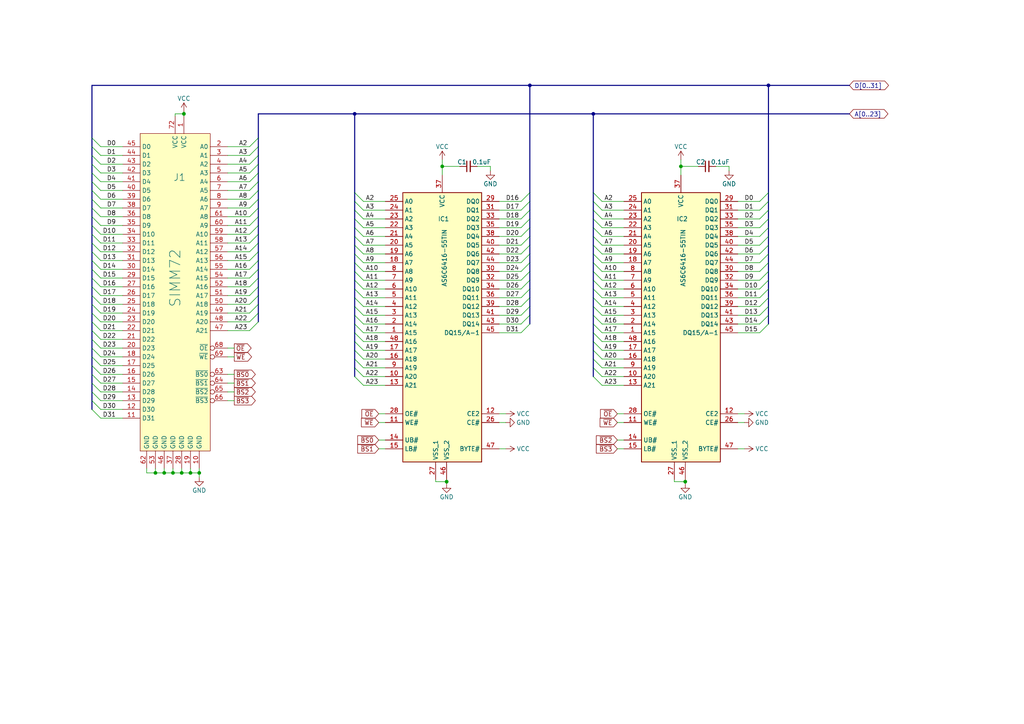
<source format=kicad_sch>
(kicad_sch (version 20230121) (generator eeschema)
  (paper "A4")
  (title_block (title "Raven 16MB SRAM 55ns") (date "2023") (rev "A0") (company "Licensed under CERN-OHL-P v2") (comment 1 "Anders Granlund"))
  (lib_symbols
    (symbol "68k:AS6C6416-55TIN"
      (property "Reference" "IC" (at 29.21 7.62 0))
      (property "Value" "AS6C6416-55TIN" (at 29.21 5.08 0))
      (symbol "AS6C6416-55TIN_1_1"
        (rectangle (start 5.08 2.54) (end 27.94 -75.565) (stroke (width 0.254)) (fill (type background)))
        (pin passive line (at 0 -38.1 0) (length 5.08) (name "A15") (number "1"))
        (pin passive line (at 0 -50.8 0) (length 5.08) (name "A20") (number "10"))
        (pin passive line (at 0 -64.135 0) (length 5.08) (name "WE#") (number "11"))
        (pin passive line (at 33.02 -61.595 180) (length 5.08) (name "CE2") (number "12"))
        (pin passive line (at 0 -53.34 0) (length 5.08) (name "A21") (number "13"))
        (pin passive line (at 0 -69.215 0) (length 5.08) (name "UB#") (number "14"))
        (pin passive line (at 0 -71.755 0) (length 5.08) (name "LB#") (number "15"))
        (pin passive line (at 0 -45.72 0) (length 5.08) (name "A18") (number "16"))
        (pin passive line (at 0 -43.18 0) (length 5.08) (name "A17") (number "17"))
        (pin passive line (at 0 -17.78 0) (length 5.08) (name "A7") (number "18"))
        (pin passive line (at 0 -15.24 0) (length 5.08) (name "A6") (number "19"))
        (pin passive line (at 0 -35.56 0) (length 5.08) (name "A14") (number "2"))
        (pin passive line (at 0 -12.7 0) (length 5.08) (name "A5") (number "20"))
        (pin passive line (at 0 -10.16 0) (length 5.08) (name "A4") (number "21"))
        (pin passive line (at 0 -7.62 0) (length 5.08) (name "A3") (number "22"))
        (pin passive line (at 0 -5.08 0) (length 5.08) (name "A2") (number "23"))
        (pin passive line (at 0 -2.54 0) (length 5.08) (name "A1") (number "24"))
        (pin passive line (at 0 0 0) (length 5.08) (name "A0") (number "25"))
        (pin passive line (at 33.02 -64.135 180) (length 5.08) (name "CE#") (number "26"))
        (pin passive line (at 14.605 -80.645 90) (length 5.08) (name "VSS_1") (number "27"))
        (pin passive line (at 0 -61.595 0) (length 5.08) (name "OE#") (number "28"))
        (pin passive line (at 33.02 0 180) (length 5.08) (name "DQ0") (number "29"))
        (pin passive line (at 0 -33.02 0) (length 5.08) (name "A13") (number "3"))
        (pin passive line (at 33.02 -20.32 180) (length 5.08) (name "DQ8") (number "30"))
        (pin passive line (at 33.02 -2.54 180) (length 5.08) (name "DQ1") (number "31"))
        (pin passive line (at 33.02 -22.86 180) (length 5.08) (name "DQ9") (number "32"))
        (pin passive line (at 33.02 -5.08 180) (length 5.08) (name "DQ2") (number "33"))
        (pin passive line (at 33.02 -25.4 180) (length 5.08) (name "DQ10") (number "34"))
        (pin passive line (at 33.02 -7.62 180) (length 5.08) (name "DQ3") (number "35"))
        (pin passive line (at 33.02 -27.94 180) (length 5.08) (name "DQ11") (number "36"))
        (pin passive line (at 16.51 7.62 270) (length 5.08) (name "VCC") (number "37"))
        (pin passive line (at 33.02 -10.16 180) (length 5.08) (name "DQ4") (number "38"))
        (pin passive line (at 33.02 -30.48 180) (length 5.08) (name "DQ12") (number "39"))
        (pin passive line (at 0 -30.48 0) (length 5.08) (name "A12") (number "4"))
        (pin passive line (at 33.02 -12.7 180) (length 5.08) (name "DQ5") (number "40"))
        (pin passive line (at 33.02 -33.02 180) (length 5.08) (name "DQ13") (number "41"))
        (pin passive line (at 33.02 -15.24 180) (length 5.08) (name "DQ6") (number "42"))
        (pin passive line (at 33.02 -35.56 180) (length 5.08) (name "DQ14") (number "43"))
        (pin passive line (at 33.02 -17.78 180) (length 5.08) (name "DQ7") (number "44"))
        (pin passive line (at 33.02 -38.1 180) (length 5.08) (name "DQ15/A-1") (number "45"))
        (pin passive line (at 17.78 -80.645 90) (length 5.08) (name "VSS_2") (number "46"))
        (pin passive line (at 33.02 -71.755 180) (length 5.08) (name "BYTE#") (number "47"))
        (pin passive line (at 0 -40.64 0) (length 5.08) (name "A16") (number "48"))
        (pin passive line (at 0 -27.94 0) (length 5.08) (name "A11") (number "5"))
        (pin passive line (at 0 -25.4 0) (length 5.08) (name "A10") (number "6"))
        (pin passive line (at 0 -22.86 0) (length 5.08) (name "A9") (number "7"))
        (pin passive line (at 0 -20.32 0) (length 5.08) (name "A8") (number "8"))
        (pin passive line (at 0 -48.26 0) (length 5.08) (name "A19") (number "9"))
      )
    )
    (symbol "68k:SIMM72-Raven"
      (property "Reference" "J" (at 0 29.21 0))
      (property "Value" "SIMM72" (at 1.27 0 90))
      (symbol "SIMM72-Raven_1_1"
        (rectangle (start -8.89 41.91) (end 11.43 -50.165) (fill (type background)))
        (pin power_in line (at -1.27 46.99 270) (length 5.08) (name "VCC") (number "1"))
        (pin power_in line (at -5.715 -55.245 90) (length 5.08) (name "GND") (number "10"))
        (pin bidirectional line (at 16.51 -40.64 180) (length 5.08) (name "D31") (number "11"))
        (pin bidirectional line (at 16.51 -38.1 180) (length 5.08) (name "D30") (number "12"))
        (pin bidirectional line (at 16.51 -35.56 180) (length 5.08) (name "D29") (number "13"))
        (pin bidirectional line (at 16.51 -33.02 180) (length 5.08) (name "D28") (number "14"))
        (pin bidirectional line (at 16.51 -30.48 180) (length 5.08) (name "D27") (number "15"))
        (pin bidirectional line (at 16.51 -27.94 180) (length 5.08) (name "D26") (number "16"))
        (pin bidirectional line (at 16.51 -25.4 180) (length 5.08) (name "D25") (number "17"))
        (pin bidirectional line (at 16.51 -22.86 180) (length 5.08) (name "D24") (number "18"))
        (pin power_in line (at -3.175 -55.245 90) (length 5.08) (name "GND") (number "19"))
        (pin input line (at -13.97 38.1 0) (length 5.08) (name "A0") (number "2"))
        (pin bidirectional line (at 16.51 -20.32 180) (length 5.08) (name "D23") (number "20"))
        (pin bidirectional line (at 16.51 -17.78 180) (length 5.08) (name "D22") (number "21"))
        (pin bidirectional line (at 16.51 -15.24 180) (length 5.08) (name "D21") (number "22"))
        (pin bidirectional line (at 16.51 -12.7 180) (length 5.08) (name "D20") (number "23"))
        (pin bidirectional line (at 16.51 -10.16 180) (length 5.08) (name "D19") (number "24"))
        (pin bidirectional line (at 16.51 -7.62 180) (length 5.08) (name "D18") (number "25"))
        (pin bidirectional line (at 16.51 -5.08 180) (length 5.08) (name "D17") (number "26"))
        (pin bidirectional line (at 16.51 -2.54 180) (length 5.08) (name "D16") (number "27"))
        (pin power_in line (at -0.635 -55.245 90) (length 5.08) (name "GND") (number "28"))
        (pin bidirectional line (at 16.51 0 180) (length 5.08) (name "D15") (number "29"))
        (pin input line (at -13.97 35.56 0) (length 5.08) (name "A1") (number "3"))
        (pin bidirectional line (at 16.51 2.54 180) (length 5.08) (name "D14") (number "30"))
        (pin bidirectional line (at 16.51 5.08 180) (length 5.08) (name "D13") (number "31"))
        (pin bidirectional line (at 16.51 7.62 180) (length 5.08) (name "D12") (number "32"))
        (pin bidirectional line (at 16.51 10.16 180) (length 5.08) (name "D11") (number "33"))
        (pin bidirectional line (at 16.51 12.7 180) (length 5.08) (name "D10") (number "34"))
        (pin bidirectional line (at 16.51 15.24 180) (length 5.08) (name "D9") (number "35"))
        (pin bidirectional line (at 16.51 17.78 180) (length 5.08) (name "D8") (number "36"))
        (pin power_in line (at 1.905 -55.245 90) (length 5.08) (name "GND") (number "37"))
        (pin bidirectional line (at 16.51 20.32 180) (length 5.08) (name "D7") (number "38"))
        (pin bidirectional line (at 16.51 22.86 180) (length 5.08) (name "D6") (number "39"))
        (pin input line (at -13.97 33.02 0) (length 5.08) (name "A2") (number "4"))
        (pin bidirectional line (at 16.51 25.4 180) (length 5.08) (name "D5") (number "40"))
        (pin bidirectional line (at 16.51 27.94 180) (length 5.08) (name "D4") (number "41"))
        (pin bidirectional line (at 16.51 30.48 180) (length 5.08) (name "D3") (number "42"))
        (pin bidirectional line (at 16.51 33.02 180) (length 5.08) (name "D2") (number "43"))
        (pin bidirectional line (at 16.51 35.56 180) (length 5.08) (name "D1") (number "44"))
        (pin bidirectional line (at 16.51 38.1 180) (length 5.08) (name "D0") (number "45"))
        (pin power_in line (at 4.445 -55.245 90) (length 5.08) (name "GND") (number "46"))
        (pin input line (at -13.97 -15.24 0) (length 5.08) (name "A21") (number "47"))
        (pin input line (at -13.97 -12.7 0) (length 5.08) (name "A20") (number "48"))
        (pin input line (at -13.97 -10.16 0) (length 5.08) (name "A19") (number "49"))
        (pin input line (at -13.97 30.48 0) (length 5.08) (name "A3") (number "5"))
        (pin input line (at -13.97 -7.62 0) (length 5.08) (name "A18") (number "50"))
        (pin input line (at -13.97 -5.08 0) (length 5.08) (name "A17") (number "51"))
        (pin input line (at -13.97 -2.54 0) (length 5.08) (name "A16") (number "52"))
        (pin power_in line (at 6.985 -55.245 90) (length 5.08) (name "GND") (number "53"))
        (pin input line (at -13.97 0 0) (length 5.08) (name "A15") (number "54"))
        (pin input line (at -13.97 2.54 0) (length 5.08) (name "A14") (number "55"))
        (pin input line (at -13.97 5.08 0) (length 5.08) (name "A13") (number "56"))
        (pin input line (at -13.97 7.62 0) (length 5.08) (name "A12") (number "57"))
        (pin input line (at -13.97 10.16 0) (length 5.08) (name "A11") (number "58"))
        (pin input line (at -13.97 12.7 0) (length 5.08) (name "A10") (number "59"))
        (pin input line (at -13.97 27.94 0) (length 5.08) (name "A4") (number "6"))
        (pin input line (at -13.97 15.24 0) (length 5.08) (name "A9") (number "60"))
        (pin input line (at -13.97 17.78 0) (length 5.08) (name "A8") (number "61"))
        (pin power_in line (at 9.525 -55.245 90) (length 5.08) (name "GND") (number "62"))
        (pin input inverted (at -13.97 -27.94 0) (length 5.08) (name "~{BS0}") (number "63"))
        (pin input inverted (at -13.97 -30.48 0) (length 5.08) (name "~{BS1}") (number "64"))
        (pin input inverted (at -13.97 -33.02 0) (length 5.08) (name "~{BS2}") (number "65"))
        (pin input inverted (at -13.97 -35.56 0) (length 5.08) (name "~{BS3}") (number "66"))
        (pin no_connect inverted (at -8.89 -39.37 180) (length 5.08) hide (name "nc") (number "67"))
        (pin input inverted (at -13.97 -20.32 0) (length 5.08) (name "~{OE}") (number "68"))
        (pin input inverted (at -13.97 -22.86 0) (length 5.08) (name "~{WE}") (number "69"))
        (pin input line (at -13.97 25.4 0) (length 5.08) (name "A5") (number "7"))
        (pin no_connect line (at -8.89 -41.91 180) (length 5.08) hide (name "nc") (number "70"))
        (pin no_connect line (at -8.89 -44.45 180) (length 5.08) hide (name "nc") (number "71"))
        (pin power_in line (at 1.27 46.99 270) (length 5.08) (name "VCC") (number "72"))
        (pin input line (at -13.97 22.86 0) (length 5.08) (name "A6") (number "8"))
        (pin input line (at -13.97 20.32 0) (length 5.08) (name "A7") (number "9"))
      )
    )
    (symbol "68k:c_100nf_smd1206" (pin_numbers hide) (pin_names (offset 0.254) hide)
      (property "Reference" "C" (at 0.635 1.905 0))
      (property "Value" "0.1uF" (at 0.635 -1.905 0))
      (symbol "c_100nf_smd1206_0_1"
        (polyline (pts (xy -1.524 -0.508) (xy 1.524 -0.508)) (stroke (width 0.3302)))
        (polyline (pts (xy -1.524 0.508) (xy 1.524 0.508)) (stroke (width 0.3048)))
      )
      (symbol "c_100nf_smd1206_1_1"
        (pin passive line (at 0 2.54 270) (length 2.032) (name "~") (number "1"))
        (pin passive line (at 0 -2.54 90) (length 2.032) (name "~") (number "2"))
      )
    )
    (symbol "power:GND" (power) (pin_names (offset 0))
      (property "Value" "GND" (at 0 -3.81 0))
      (symbol "GND_0_1"
        (polyline (pts (xy 0 0) (xy 0 -1.27) (xy 1.27 -1.27) (xy 0 -2.54) (xy -1.27 -1.27) (xy 0 -1.27)))
      )
      (symbol "GND_1_1"
        (pin power_in line (at 0 0 270) (length 0) hide (name "GND") (number "1"))
      )
    )
    (symbol "power:VCC" (power) (pin_names (offset 0))
      (property "Value" "VCC" (at 0 3.81 0))
      (symbol "VCC_0_1"
        (polyline (pts (xy -0.762 1.27) (xy 0 2.54)))
        (polyline (pts (xy 0 0) (xy 0 2.54)))
        (polyline (pts (xy 0 2.54) (xy 0.762 1.27)))
      )
      (symbol "VCC_1_1"
        (pin power_in line (at 0 0 90) (length 0) hide (name "VCC") (number "1"))
      )
    )
  )
  (junction (at 172.085 33.02))
  (junction (at 55.245 137.16))
  (junction (at 129.54 139.7))
  (junction (at 45.085 137.16))
  (junction (at 198.755 139.7))
  (junction (at 47.625 137.16))
  (junction (at 197.485 48.26))
  (junction (at 153.67 24.765))
  (junction (at 50.165 137.16))
  (junction (at 57.785 137.16))
  (junction (at 52.705 137.16))
  (junction (at 102.87 33.02))
  (junction (at 53.34 33.02))
  (junction (at 128.27 48.26))
  (junction (at 222.885 24.765))
  (bus_entry (at 172.085 66.04) (size 2.54 2.54))
  (bus_entry (at 222.885 58.42) (size -2.54 2.54))
  (bus_entry (at 222.885 78.74) (size -2.54 2.54))
  (bus_entry (at 222.885 83.82) (size -2.54 2.54))
  (bus_entry (at 102.87 68.58) (size 2.54 2.54))
  (bus_entry (at 172.085 99.06) (size 2.54 2.54))
  (bus_entry (at 172.085 86.36) (size 2.54 2.54))
  (bus_entry (at 26.67 111.125) (size 2.54 2.54))
  (bus_entry (at 172.085 88.9) (size 2.54 2.54))
  (bus_entry (at 26.67 93.345) (size 2.54 2.54))
  (bus_entry (at 26.67 62.865) (size 2.54 2.54))
  (bus_entry (at 26.67 52.705) (size 2.54 2.54))
  (bus_entry (at 222.885 93.98) (size -2.54 2.54))
  (bus_entry (at 102.87 104.14) (size 2.54 2.54))
  (bus_entry (at 222.885 71.12) (size -2.54 2.54))
  (bus_entry (at 153.67 58.42) (size -2.54 2.54))
  (bus_entry (at 74.93 75.565) (size -2.54 2.54))
  (bus_entry (at 26.67 83.185) (size 2.54 2.54))
  (bus_entry (at 102.87 93.98) (size 2.54 2.54))
  (bus_entry (at 26.67 67.945) (size 2.54 2.54))
  (bus_entry (at 26.67 85.725) (size 2.54 2.54))
  (bus_entry (at 26.67 42.545) (size 2.54 2.54))
  (bus_entry (at 153.67 83.82) (size -2.54 2.54))
  (bus_entry (at 153.67 60.96) (size -2.54 2.54))
  (bus_entry (at 74.93 62.865) (size -2.54 2.54))
  (bus_entry (at 153.67 91.44) (size -2.54 2.54))
  (bus_entry (at 26.67 103.505) (size 2.54 2.54))
  (bus_entry (at 102.87 55.88) (size 2.54 2.54))
  (bus_entry (at 172.085 76.2) (size 2.54 2.54))
  (bus_entry (at 102.87 81.28) (size 2.54 2.54))
  (bus_entry (at 26.67 116.205) (size 2.54 2.54))
  (bus_entry (at 74.93 50.165) (size -2.54 2.54))
  (bus_entry (at 74.93 85.725) (size -2.54 2.54))
  (bus_entry (at 26.67 55.245) (size 2.54 2.54))
  (bus_entry (at 26.67 78.105) (size 2.54 2.54))
  (bus_entry (at 102.87 101.6) (size 2.54 2.54))
  (bus_entry (at 102.87 60.96) (size 2.54 2.54))
  (bus_entry (at 172.085 83.82) (size 2.54 2.54))
  (bus_entry (at 74.93 90.805) (size -2.54 2.54))
  (bus_entry (at 172.085 63.5) (size 2.54 2.54))
  (bus_entry (at 222.885 66.04) (size -2.54 2.54))
  (bus_entry (at 74.93 47.625) (size -2.54 2.54))
  (bus_entry (at 222.885 91.44) (size -2.54 2.54))
  (bus_entry (at 102.87 88.9) (size 2.54 2.54))
  (bus_entry (at 172.085 73.66) (size 2.54 2.54))
  (bus_entry (at 153.67 68.58) (size -2.54 2.54))
  (bus_entry (at 153.67 86.36) (size -2.54 2.54))
  (bus_entry (at 153.67 78.74) (size -2.54 2.54))
  (bus_entry (at 26.67 70.485) (size 2.54 2.54))
  (bus_entry (at 102.87 78.74) (size 2.54 2.54))
  (bus_entry (at 172.085 106.68) (size 2.54 2.54))
  (bus_entry (at 153.67 66.04) (size -2.54 2.54))
  (bus_entry (at 172.085 55.88) (size 2.54 2.54))
  (bus_entry (at 102.87 73.66) (size 2.54 2.54))
  (bus_entry (at 74.93 55.245) (size -2.54 2.54))
  (bus_entry (at 74.93 73.025) (size -2.54 2.54))
  (bus_entry (at 26.67 60.325) (size 2.54 2.54))
  (bus_entry (at 26.67 98.425) (size 2.54 2.54))
  (bus_entry (at 102.87 109.22) (size 2.54 2.54))
  (bus_entry (at 172.085 78.74) (size 2.54 2.54))
  (bus_entry (at 102.87 86.36) (size 2.54 2.54))
  (bus_entry (at 222.885 88.9) (size -2.54 2.54))
  (bus_entry (at 74.93 67.945) (size -2.54 2.54))
  (bus_entry (at 172.085 58.42) (size 2.54 2.54))
  (bus_entry (at 153.67 88.9) (size -2.54 2.54))
  (bus_entry (at 153.67 63.5) (size -2.54 2.54))
  (bus_entry (at 74.93 88.265) (size -2.54 2.54))
  (bus_entry (at 153.67 76.2) (size -2.54 2.54))
  (bus_entry (at 74.93 60.325) (size -2.54 2.54))
  (bus_entry (at 26.67 100.965) (size 2.54 2.54))
  (bus_entry (at 222.885 81.28) (size -2.54 2.54))
  (bus_entry (at 74.93 78.105) (size -2.54 2.54))
  (bus_entry (at 26.67 90.805) (size 2.54 2.54))
  (bus_entry (at 102.87 58.42) (size 2.54 2.54))
  (bus_entry (at 172.085 104.14) (size 2.54 2.54))
  (bus_entry (at 102.87 96.52) (size 2.54 2.54))
  (bus_entry (at 172.085 68.58) (size 2.54 2.54))
  (bus_entry (at 26.67 45.085) (size 2.54 2.54))
  (bus_entry (at 222.885 55.88) (size -2.54 2.54))
  (bus_entry (at 26.67 57.785) (size 2.54 2.54))
  (bus_entry (at 153.67 71.12) (size -2.54 2.54))
  (bus_entry (at 172.085 60.96) (size 2.54 2.54))
  (bus_entry (at 102.87 66.04) (size 2.54 2.54))
  (bus_entry (at 172.085 101.6) (size 2.54 2.54))
  (bus_entry (at 102.87 63.5) (size 2.54 2.54))
  (bus_entry (at 26.67 106.045) (size 2.54 2.54))
  (bus_entry (at 172.085 91.44) (size 2.54 2.54))
  (bus_entry (at 26.67 47.625) (size 2.54 2.54))
  (bus_entry (at 102.87 99.06) (size 2.54 2.54))
  (bus_entry (at 74.93 57.785) (size -2.54 2.54))
  (bus_entry (at 26.67 95.885) (size 2.54 2.54))
  (bus_entry (at 102.87 106.68) (size 2.54 2.54))
  (bus_entry (at 26.67 50.165) (size 2.54 2.54))
  (bus_entry (at 222.885 60.96) (size -2.54 2.54))
  (bus_entry (at 102.87 83.82) (size 2.54 2.54))
  (bus_entry (at 172.085 96.52) (size 2.54 2.54))
  (bus_entry (at 172.085 109.22) (size 2.54 2.54))
  (bus_entry (at 222.885 86.36) (size -2.54 2.54))
  (bus_entry (at 222.885 76.2) (size -2.54 2.54))
  (bus_entry (at 102.87 71.12) (size 2.54 2.54))
  (bus_entry (at 26.67 40.005) (size 2.54 2.54))
  (bus_entry (at 222.885 68.58) (size -2.54 2.54))
  (bus_entry (at 153.67 55.88) (size -2.54 2.54))
  (bus_entry (at 172.085 81.28) (size 2.54 2.54))
  (bus_entry (at 26.67 65.405) (size 2.54 2.54))
  (bus_entry (at 26.67 88.265) (size 2.54 2.54))
  (bus_entry (at 153.67 73.66) (size -2.54 2.54))
  (bus_entry (at 26.67 80.645) (size 2.54 2.54))
  (bus_entry (at 74.93 70.485) (size -2.54 2.54))
  (bus_entry (at 153.67 81.28) (size -2.54 2.54))
  (bus_entry (at 74.93 45.085) (size -2.54 2.54))
  (bus_entry (at 153.67 93.98) (size -2.54 2.54))
  (bus_entry (at 172.085 93.98) (size 2.54 2.54))
  (bus_entry (at 74.93 52.705) (size -2.54 2.54))
  (bus_entry (at 74.93 80.645) (size -2.54 2.54))
  (bus_entry (at 26.67 73.025) (size 2.54 2.54))
  (bus_entry (at 74.93 40.005) (size -2.54 2.54))
  (bus_entry (at 222.885 63.5) (size -2.54 2.54))
  (bus_entry (at 74.93 65.405) (size -2.54 2.54))
  (bus_entry (at 102.87 91.44) (size 2.54 2.54))
  (bus_entry (at 26.67 75.565) (size 2.54 2.54))
  (bus_entry (at 172.085 71.12) (size 2.54 2.54))
  (bus_entry (at 74.93 93.345) (size -2.54 2.54))
  (bus_entry (at 26.67 108.585) (size 2.54 2.54))
  (bus_entry (at 26.67 113.665) (size 2.54 2.54))
  (bus_entry (at 26.67 118.745) (size 2.54 2.54))
  (bus_entry (at 222.885 73.66) (size -2.54 2.54))
  (bus_entry (at 102.87 76.2) (size 2.54 2.54))
  (bus_entry (at 74.93 42.545) (size -2.54 2.54))
  (bus_entry (at 74.93 83.185) (size -2.54 2.54))
  (wire (pts (xy 174.625 96.52) (xy 180.975 96.52)))
  (wire (pts (xy 72.39 67.945) (xy 66.04 67.945)))
  (bus (pts (xy 153.67 93.98) (xy 153.67 91.44)))
  (wire (pts (xy 72.39 60.325) (xy 66.04 60.325)))
  (wire (pts (xy 213.995 68.58) (xy 220.345 68.58)))
  (bus (pts (xy 74.93 93.345) (xy 74.93 90.805)))
  (wire (pts (xy 66.04 113.665) (xy 67.945 113.665)))
  (bus (pts (xy 222.885 68.58) (xy 222.885 66.04)))
  (bus (pts (xy 172.085 66.04) (xy 172.085 63.5)))
  (bus (pts (xy 222.885 24.765) (xy 246.38 24.765)))
  (wire (pts (xy 195.58 139.065) (xy 195.58 139.7)))
  (wire (pts (xy 144.78 96.52) (xy 151.13 96.52)))
  (wire (pts (xy 47.625 135.89) (xy 47.625 137.16)))
  (bus (pts (xy 153.67 83.82) (xy 153.67 81.28)))
  (bus (pts (xy 26.67 93.345) (xy 26.67 90.805)))
  (bus (pts (xy 153.67 91.44) (xy 153.67 88.9)))
  (bus (pts (xy 222.885 86.36) (xy 222.885 83.82)))
  (wire (pts (xy 53.34 33.02) (xy 53.34 33.655)))
  (wire (pts (xy 66.04 103.505) (xy 67.945 103.505)))
  (bus (pts (xy 222.885 58.42) (xy 222.885 55.88)))
  (bus (pts (xy 26.67 67.945) (xy 26.67 65.405)))
  (wire (pts (xy 35.56 60.325) (xy 29.21 60.325)))
  (bus (pts (xy 26.67 83.185) (xy 26.67 80.645)))
  (wire (pts (xy 105.41 63.5) (xy 111.76 63.5)))
  (wire (pts (xy 35.56 45.085) (xy 29.21 45.085)))
  (bus (pts (xy 153.67 24.765) (xy 153.67 55.88)))
  (bus (pts (xy 222.885 63.5) (xy 222.885 60.96)))
  (wire (pts (xy 66.04 116.205) (xy 67.945 116.205)))
  (bus (pts (xy 74.93 80.645) (xy 74.93 78.105)))
  (bus (pts (xy 74.93 62.865) (xy 74.93 60.325)))
  (bus (pts (xy 222.885 91.44) (xy 222.885 88.9)))
  (wire (pts (xy 213.995 96.52) (xy 220.345 96.52)))
  (wire (pts (xy 72.39 83.185) (xy 66.04 83.185)))
  (bus (pts (xy 172.085 68.58) (xy 172.085 66.04)))
  (bus (pts (xy 74.93 75.565) (xy 74.93 73.025)))
  (wire (pts (xy 35.56 93.345) (xy 29.21 93.345)))
  (wire (pts (xy 213.995 93.98) (xy 220.345 93.98)))
  (wire (pts (xy 105.41 83.82) (xy 111.76 83.82)))
  (wire (pts (xy 35.56 111.125) (xy 29.21 111.125)))
  (wire (pts (xy 42.545 137.16) (xy 45.085 137.16)))
  (wire (pts (xy 174.625 76.2) (xy 180.975 76.2)))
  (wire (pts (xy 180.975 127.635) (xy 179.07 127.635)))
  (wire (pts (xy 105.41 93.98) (xy 111.76 93.98)))
  (wire (pts (xy 72.39 85.725) (xy 66.04 85.725)))
  (wire (pts (xy 72.39 75.565) (xy 66.04 75.565)))
  (wire (pts (xy 72.39 45.085) (xy 66.04 45.085)))
  (wire (pts (xy 50.8 33.02) (xy 50.8 33.655)))
  (wire (pts (xy 174.625 81.28) (xy 180.975 81.28)))
  (bus (pts (xy 74.93 83.185) (xy 74.93 80.645)))
  (bus (pts (xy 74.93 85.725) (xy 74.93 83.185)))
  (wire (pts (xy 50.8 33.02) (xy 53.34 33.02)))
  (wire (pts (xy 174.625 99.06) (xy 180.975 99.06)))
  (wire (pts (xy 213.995 66.04) (xy 220.345 66.04)))
  (bus (pts (xy 26.67 90.805) (xy 26.67 88.265)))
  (wire (pts (xy 213.995 73.66) (xy 220.345 73.66)))
  (wire (pts (xy 57.785 137.16) (xy 57.785 138.43)))
  (bus (pts (xy 172.085 60.96) (xy 172.085 58.42)))
  (wire (pts (xy 50.165 137.16) (xy 52.705 137.16)))
  (bus (pts (xy 102.87 109.22) (xy 102.87 106.68)))
  (bus (pts (xy 26.67 52.705) (xy 26.67 50.165)))
  (wire (pts (xy 198.755 139.7) (xy 198.755 139.065)))
  (bus (pts (xy 153.67 76.2) (xy 153.67 73.66)))
  (wire (pts (xy 66.04 111.125) (xy 67.945 111.125)))
  (bus (pts (xy 26.67 80.645) (xy 26.67 78.105)))
  (wire (pts (xy 52.705 137.16) (xy 55.245 137.16)))
  (bus (pts (xy 172.085 109.22) (xy 172.085 106.68)))
  (wire (pts (xy 105.41 99.06) (xy 111.76 99.06)))
  (wire (pts (xy 213.995 130.175) (xy 215.9 130.175)))
  (bus (pts (xy 26.67 73.025) (xy 26.67 70.485)))
  (bus (pts (xy 172.085 93.98) (xy 172.085 91.44)))
  (wire (pts (xy 128.27 48.26) (xy 128.27 46.355)))
  (wire (pts (xy 35.56 42.545) (xy 29.21 42.545)))
  (bus (pts (xy 26.67 108.585) (xy 26.67 106.045)))
  (bus (pts (xy 172.085 63.5) (xy 172.085 60.96)))
  (bus (pts (xy 102.87 106.68) (xy 102.87 104.14)))
  (wire (pts (xy 35.56 106.045) (xy 29.21 106.045)))
  (bus (pts (xy 102.87 73.66) (xy 102.87 71.12)))
  (wire (pts (xy 144.78 71.12) (xy 151.13 71.12)))
  (bus (pts (xy 153.67 24.765) (xy 222.885 24.765)))
  (bus (pts (xy 26.67 70.485) (xy 26.67 67.945)))
  (wire (pts (xy 144.78 83.82) (xy 151.13 83.82)))
  (wire (pts (xy 126.365 139.7) (xy 129.54 139.7)))
  (bus (pts (xy 26.67 45.085) (xy 26.67 42.545)))
  (wire (pts (xy 174.625 60.96) (xy 180.975 60.96)))
  (wire (pts (xy 144.78 68.58) (xy 151.13 68.58)))
  (wire (pts (xy 35.56 55.245) (xy 29.21 55.245)))
  (bus (pts (xy 74.93 57.785) (xy 74.93 55.245)))
  (wire (pts (xy 72.39 52.705) (xy 66.04 52.705)))
  (bus (pts (xy 172.085 33.02) (xy 246.38 33.02)))
  (bus (pts (xy 74.93 50.165) (xy 74.93 47.625)))
  (wire (pts (xy 35.56 98.425) (xy 29.21 98.425)))
  (bus (pts (xy 74.93 42.545) (xy 74.93 40.005)))
  (bus (pts (xy 26.67 106.045) (xy 26.67 103.505)))
  (wire (pts (xy 197.485 48.26) (xy 197.485 46.355)))
  (bus (pts (xy 172.085 104.14) (xy 172.085 101.6)))
  (wire (pts (xy 47.625 137.16) (xy 50.165 137.16)))
  (wire (pts (xy 213.995 78.74) (xy 220.345 78.74)))
  (bus (pts (xy 153.67 86.36) (xy 153.67 83.82)))
  (bus (pts (xy 74.93 90.805) (xy 74.93 88.265)))
  (bus (pts (xy 153.67 63.5) (xy 153.67 60.96)))
  (wire (pts (xy 72.39 50.165) (xy 66.04 50.165)))
  (wire (pts (xy 180.975 120.015) (xy 179.07 120.015)))
  (wire (pts (xy 72.39 57.785) (xy 66.04 57.785)))
  (wire (pts (xy 142.24 48.26) (xy 142.24 49.53)))
  (wire (pts (xy 72.39 80.645) (xy 66.04 80.645)))
  (bus (pts (xy 102.87 81.28) (xy 102.87 78.74)))
  (bus (pts (xy 222.885 81.28) (xy 222.885 78.74)))
  (wire (pts (xy 105.41 81.28) (xy 111.76 81.28)))
  (bus (pts (xy 172.085 83.82) (xy 172.085 81.28)))
  (wire (pts (xy 133.35 48.26) (xy 128.27 48.26)))
  (wire (pts (xy 174.625 91.44) (xy 180.975 91.44)))
  (bus (pts (xy 26.67 103.505) (xy 26.67 100.965)))
  (wire (pts (xy 35.56 78.105) (xy 29.21 78.105)))
  (bus (pts (xy 153.67 60.96) (xy 153.67 58.42)))
  (bus (pts (xy 26.67 42.545) (xy 26.67 40.005)))
  (bus (pts (xy 172.085 86.36) (xy 172.085 83.82)))
  (bus (pts (xy 102.87 60.96) (xy 102.87 58.42)))
  (wire (pts (xy 42.545 135.89) (xy 42.545 137.16)))
  (wire (pts (xy 35.56 52.705) (xy 29.21 52.705)))
  (wire (pts (xy 144.78 122.555) (xy 146.685 122.555)))
  (wire (pts (xy 35.56 73.025) (xy 29.21 73.025)))
  (bus (pts (xy 172.085 33.02) (xy 172.085 55.88)))
  (bus (pts (xy 26.67 78.105) (xy 26.67 75.565)))
  (wire (pts (xy 72.39 62.865) (xy 66.04 62.865)))
  (wire (pts (xy 35.56 88.265) (xy 29.21 88.265)))
  (wire (pts (xy 105.41 106.68) (xy 111.76 106.68)))
  (bus (pts (xy 172.085 88.9) (xy 172.085 86.36)))
  (wire (pts (xy 35.56 116.205) (xy 29.21 116.205)))
  (bus (pts (xy 74.93 78.105) (xy 74.93 75.565)))
  (bus (pts (xy 222.885 83.82) (xy 222.885 81.28)))
  (wire (pts (xy 35.56 90.805) (xy 29.21 90.805)))
  (bus (pts (xy 222.885 73.66) (xy 222.885 71.12)))
  (wire (pts (xy 144.78 78.74) (xy 151.13 78.74)))
  (bus (pts (xy 153.67 81.28) (xy 153.67 78.74)))
  (wire (pts (xy 35.56 67.945) (xy 29.21 67.945)))
  (wire (pts (xy 144.78 66.04) (xy 151.13 66.04)))
  (wire (pts (xy 213.995 81.28) (xy 220.345 81.28)))
  (bus (pts (xy 74.93 73.025) (xy 74.93 70.485)))
  (wire (pts (xy 111.76 122.555) (xy 109.855 122.555)))
  (wire (pts (xy 35.56 108.585) (xy 29.21 108.585)))
  (bus (pts (xy 26.67 113.665) (xy 26.67 111.125)))
  (wire (pts (xy 144.78 130.175) (xy 146.685 130.175)))
  (bus (pts (xy 26.67 57.785) (xy 26.67 55.245)))
  (bus (pts (xy 222.885 93.98) (xy 222.885 91.44)))
  (bus (pts (xy 26.67 65.405) (xy 26.67 62.865)))
  (wire (pts (xy 213.995 71.12) (xy 220.345 71.12)))
  (bus (pts (xy 26.67 24.765) (xy 26.67 40.005)))
  (wire (pts (xy 213.995 122.555) (xy 215.9 122.555)))
  (wire (pts (xy 66.04 108.585) (xy 67.945 108.585)))
  (bus (pts (xy 26.67 60.325) (xy 26.67 57.785)))
  (bus (pts (xy 153.67 78.74) (xy 153.67 76.2)))
  (bus (pts (xy 102.87 93.98) (xy 102.87 91.44)))
  (bus (pts (xy 102.87 104.14) (xy 102.87 101.6)))
  (wire (pts (xy 35.56 100.965) (xy 29.21 100.965)))
  (bus (pts (xy 74.93 60.325) (xy 74.93 57.785)))
  (bus (pts (xy 222.885 76.2) (xy 222.885 73.66)))
  (wire (pts (xy 45.085 135.89) (xy 45.085 137.16)))
  (wire (pts (xy 174.625 83.82) (xy 180.975 83.82)))
  (wire (pts (xy 35.56 83.185) (xy 29.21 83.185)))
  (wire (pts (xy 202.565 48.26) (xy 197.485 48.26)))
  (wire (pts (xy 180.975 130.175) (xy 179.07 130.175)))
  (wire (pts (xy 105.41 91.44) (xy 111.76 91.44)))
  (wire (pts (xy 111.76 120.015) (xy 109.855 120.015)))
  (bus (pts (xy 102.87 83.82) (xy 102.87 81.28)))
  (wire (pts (xy 105.41 104.14) (xy 111.76 104.14)))
  (wire (pts (xy 105.41 78.74) (xy 111.76 78.74)))
  (bus (pts (xy 26.67 85.725) (xy 26.67 83.185)))
  (bus (pts (xy 172.085 73.66) (xy 172.085 71.12)))
  (bus (pts (xy 222.885 71.12) (xy 222.885 68.58)))
  (bus (pts (xy 222.885 88.9) (xy 222.885 86.36)))
  (bus (pts (xy 222.885 60.96) (xy 222.885 58.42)))
  (bus (pts (xy 102.87 63.5) (xy 102.87 60.96)))
  (wire (pts (xy 174.625 63.5) (xy 180.975 63.5)))
  (wire (pts (xy 55.245 137.16) (xy 57.785 137.16)))
  (wire (pts (xy 72.39 70.485) (xy 66.04 70.485)))
  (bus (pts (xy 172.085 76.2) (xy 172.085 73.66)))
  (wire (pts (xy 57.785 137.16) (xy 57.785 135.89)))
  (bus (pts (xy 172.085 78.74) (xy 172.085 76.2)))
  (bus (pts (xy 26.67 98.425) (xy 26.67 95.885)))
  (bus (pts (xy 172.085 96.52) (xy 172.085 93.98)))
  (wire (pts (xy 144.78 88.9) (xy 151.13 88.9)))
  (wire (pts (xy 213.995 86.36) (xy 220.345 86.36)))
  (wire (pts (xy 195.58 139.7) (xy 198.755 139.7)))
  (bus (pts (xy 172.085 81.28) (xy 172.085 78.74)))
  (bus (pts (xy 102.87 71.12) (xy 102.87 68.58)))
  (wire (pts (xy 144.78 81.28) (xy 151.13 81.28)))
  (wire (pts (xy 72.39 47.625) (xy 66.04 47.625)))
  (bus (pts (xy 26.67 50.165) (xy 26.67 47.625)))
  (bus (pts (xy 74.93 65.405) (xy 74.93 62.865)))
  (bus (pts (xy 102.87 58.42) (xy 102.87 55.88)))
  (wire (pts (xy 53.34 32.385) (xy 53.34 33.02)))
  (wire (pts (xy 211.455 48.26) (xy 211.455 49.53)))
  (wire (pts (xy 35.56 70.485) (xy 29.21 70.485)))
  (wire (pts (xy 207.645 48.26) (xy 211.455 48.26)))
  (wire (pts (xy 174.625 73.66) (xy 180.975 73.66)))
  (wire (pts (xy 35.56 50.165) (xy 29.21 50.165)))
  (wire (pts (xy 52.705 135.89) (xy 52.705 137.16)))
  (wire (pts (xy 174.625 88.9) (xy 180.975 88.9)))
  (wire (pts (xy 198.755 139.7) (xy 198.755 140.335)))
  (wire (pts (xy 129.54 139.7) (xy 129.54 140.335)))
  (wire (pts (xy 174.625 58.42) (xy 180.975 58.42)))
  (wire (pts (xy 35.56 47.625) (xy 29.21 47.625)))
  (bus (pts (xy 102.87 78.74) (xy 102.87 76.2)))
  (wire (pts (xy 72.39 95.885) (xy 66.04 95.885)))
  (bus (pts (xy 102.87 76.2) (xy 102.87 73.66)))
  (wire (pts (xy 35.56 57.785) (xy 29.21 57.785)))
  (wire (pts (xy 35.56 62.865) (xy 29.21 62.865)))
  (bus (pts (xy 102.87 91.44) (xy 102.87 88.9)))
  (wire (pts (xy 105.41 101.6) (xy 111.76 101.6)))
  (bus (pts (xy 26.67 55.245) (xy 26.67 52.705)))
  (wire (pts (xy 174.625 66.04) (xy 180.975 66.04)))
  (bus (pts (xy 26.67 75.565) (xy 26.67 73.025)))
  (bus (pts (xy 74.93 52.705) (xy 74.93 50.165)))
  (wire (pts (xy 105.41 71.12) (xy 111.76 71.12)))
  (bus (pts (xy 153.67 68.58) (xy 153.67 66.04)))
  (bus (pts (xy 102.87 66.04) (xy 102.87 63.5)))
  (wire (pts (xy 213.995 88.9) (xy 220.345 88.9)))
  (bus (pts (xy 153.67 71.12) (xy 153.67 68.58)))
  (bus (pts (xy 74.93 45.085) (xy 74.93 42.545)))
  (wire (pts (xy 105.41 109.22) (xy 111.76 109.22)))
  (bus (pts (xy 153.67 73.66) (xy 153.67 71.12)))
  (wire (pts (xy 174.625 111.76) (xy 180.975 111.76)))
  (wire (pts (xy 174.625 106.68) (xy 180.975 106.68)))
  (wire (pts (xy 144.78 60.96) (xy 151.13 60.96)))
  (wire (pts (xy 35.56 65.405) (xy 29.21 65.405)))
  (bus (pts (xy 26.67 88.265) (xy 26.67 85.725)))
  (wire (pts (xy 144.78 86.36) (xy 151.13 86.36)))
  (wire (pts (xy 144.78 76.2) (xy 151.13 76.2)))
  (bus (pts (xy 102.87 86.36) (xy 102.87 83.82)))
  (bus (pts (xy 153.67 88.9) (xy 153.67 86.36)))
  (wire (pts (xy 105.41 73.66) (xy 111.76 73.66)))
  (wire (pts (xy 174.625 71.12) (xy 180.975 71.12)))
  (wire (pts (xy 35.56 80.645) (xy 29.21 80.645)))
  (wire (pts (xy 213.995 120.015) (xy 215.9 120.015)))
  (wire (pts (xy 72.39 55.245) (xy 66.04 55.245)))
  (wire (pts (xy 174.625 68.58) (xy 180.975 68.58)))
  (bus (pts (xy 74.93 55.245) (xy 74.93 52.705)))
  (wire (pts (xy 197.485 48.26) (xy 197.485 50.8)))
  (bus (pts (xy 172.085 106.68) (xy 172.085 104.14)))
  (wire (pts (xy 55.245 135.89) (xy 55.245 137.16)))
  (wire (pts (xy 128.27 48.26) (xy 128.27 50.8)))
  (wire (pts (xy 105.41 66.04) (xy 111.76 66.04)))
  (wire (pts (xy 105.41 68.58) (xy 111.76 68.58)))
  (bus (pts (xy 26.67 62.865) (xy 26.67 60.325)))
  (wire (pts (xy 35.56 85.725) (xy 29.21 85.725)))
  (wire (pts (xy 105.41 88.9) (xy 111.76 88.9)))
  (bus (pts (xy 222.885 24.765) (xy 222.885 55.88)))
  (bus (pts (xy 172.085 99.06) (xy 172.085 96.52)))
  (bus (pts (xy 153.67 66.04) (xy 153.67 63.5)))
  (wire (pts (xy 144.78 63.5) (xy 151.13 63.5)))
  (wire (pts (xy 144.78 120.015) (xy 146.685 120.015)))
  (wire (pts (xy 180.975 122.555) (xy 179.07 122.555)))
  (bus (pts (xy 102.87 33.02) (xy 172.085 33.02)))
  (bus (pts (xy 26.67 116.205) (xy 26.67 113.665)))
  (wire (pts (xy 129.54 139.7) (xy 129.54 139.065)))
  (wire (pts (xy 105.41 76.2) (xy 111.76 76.2)))
  (wire (pts (xy 174.625 86.36) (xy 180.975 86.36)))
  (bus (pts (xy 102.87 99.06) (xy 102.87 96.52)))
  (bus (pts (xy 74.93 40.005) (xy 74.93 33.02)))
  (wire (pts (xy 35.56 95.885) (xy 29.21 95.885)))
  (bus (pts (xy 102.87 33.02) (xy 102.87 55.88)))
  (bus (pts (xy 26.67 24.765) (xy 153.67 24.765)))
  (wire (pts (xy 213.995 91.44) (xy 220.345 91.44)))
  (wire (pts (xy 35.56 103.505) (xy 29.21 103.505)))
  (wire (pts (xy 174.625 93.98) (xy 180.975 93.98)))
  (wire (pts (xy 213.995 63.5) (xy 220.345 63.5)))
  (bus (pts (xy 26.67 100.965) (xy 26.67 98.425)))
  (wire (pts (xy 72.39 42.545) (xy 66.04 42.545)))
  (wire (pts (xy 213.995 60.96) (xy 220.345 60.96)))
  (wire (pts (xy 35.56 75.565) (xy 29.21 75.565)))
  (wire (pts (xy 105.41 96.52) (xy 111.76 96.52)))
  (bus (pts (xy 74.93 88.265) (xy 74.93 85.725)))
  (wire (pts (xy 35.56 118.745) (xy 29.21 118.745)))
  (wire (pts (xy 111.76 127.635) (xy 109.855 127.635)))
  (wire (pts (xy 35.56 113.665) (xy 29.21 113.665)))
  (wire (pts (xy 144.78 58.42) (xy 151.13 58.42)))
  (wire (pts (xy 174.625 104.14) (xy 180.975 104.14)))
  (wire (pts (xy 50.165 135.89) (xy 50.165 137.16)))
  (wire (pts (xy 72.39 90.805) (xy 66.04 90.805)))
  (bus (pts (xy 26.67 111.125) (xy 26.67 108.585)))
  (wire (pts (xy 111.76 130.175) (xy 109.855 130.175)))
  (wire (pts (xy 174.625 78.74) (xy 180.975 78.74)))
  (bus (pts (xy 74.93 70.485) (xy 74.93 67.945)))
  (wire (pts (xy 174.625 109.22) (xy 180.975 109.22)))
  (wire (pts (xy 144.78 91.44) (xy 151.13 91.44)))
  (bus (pts (xy 172.085 91.44) (xy 172.085 88.9)))
  (wire (pts (xy 213.995 76.2) (xy 220.345 76.2)))
  (bus (pts (xy 74.93 33.02) (xy 102.87 33.02)))
  (wire (pts (xy 72.39 88.265) (xy 66.04 88.265)))
  (wire (pts (xy 138.43 48.26) (xy 142.24 48.26)))
  (bus (pts (xy 74.93 47.625) (xy 74.93 45.085)))
  (wire (pts (xy 126.365 139.065) (xy 126.365 139.7)))
  (bus (pts (xy 172.085 101.6) (xy 172.085 99.06)))
  (wire (pts (xy 105.41 111.76) (xy 111.76 111.76)))
  (bus (pts (xy 102.87 101.6) (xy 102.87 99.06)))
  (wire (pts (xy 105.41 86.36) (xy 111.76 86.36)))
  (bus (pts (xy 172.085 58.42) (xy 172.085 55.88)))
  (wire (pts (xy 213.995 83.82) (xy 220.345 83.82)))
  (wire (pts (xy 72.39 73.025) (xy 66.04 73.025)))
  (bus (pts (xy 222.885 66.04) (xy 222.885 63.5)))
  (bus (pts (xy 102.87 68.58) (xy 102.87 66.04)))
  (wire (pts (xy 144.78 73.66) (xy 151.13 73.66)))
  (wire (pts (xy 213.995 58.42) (xy 220.345 58.42)))
  (bus (pts (xy 26.67 118.745) (xy 26.67 116.205)))
  (bus (pts (xy 153.67 58.42) (xy 153.67 55.88)))
  (bus (pts (xy 222.885 78.74) (xy 222.885 76.2)))
  (wire (pts (xy 72.39 65.405) (xy 66.04 65.405)))
  (wire (pts (xy 66.04 100.965) (xy 67.945 100.965)))
  (wire (pts (xy 45.085 137.16) (xy 47.625 137.16)))
  (wire (pts (xy 35.56 121.285) (xy 29.21 121.285)))
  (bus (pts (xy 102.87 88.9) (xy 102.87 86.36)))
  (bus (pts (xy 102.87 96.52) (xy 102.87 93.98)))
  (wire (pts (xy 72.39 78.105) (xy 66.04 78.105)))
  (bus (pts (xy 74.93 67.945) (xy 74.93 65.405)))
  (wire (pts (xy 72.39 93.345) (xy 66.04 93.345)))
  (wire (pts (xy 105.41 60.96) (xy 111.76 60.96)))
  (wire (pts (xy 105.41 58.42) (xy 111.76 58.42)))
  (bus (pts (xy 172.085 71.12) (xy 172.085 68.58)))
  (bus (pts (xy 26.67 47.625) (xy 26.67 45.085)))
  (wire (pts (xy 144.78 93.98) (xy 151.13 93.98)))
  (bus (pts (xy 26.67 95.885) (xy 26.67 93.345)))
  (wire (pts (xy 174.625 101.6) (xy 180.975 101.6)))
  (label "D19" (at 33.655 90.805 180))
  (label "A14" (at 106.045 88.9 0))
  (label "A6" (at 106.045 68.58 0))
  (label "A10" (at 175.26 78.74 0))
  (label "A4" (at 106.045 63.5 0))
  (label "D22" (at 33.655 98.425 180))
  (label "A5" (at 175.26 66.04 0))
  (label "D24" (at 146.685 78.74 0))
  (label "D3" (at 215.9 66.04 0))
  (label "A18" (at 106.045 99.06 0))
  (label "D25" (at 146.685 81.28 0))
  (label "A4" (at 175.26 63.5 0))
  (label "D7" (at 33.655 60.325 180))
  (label "A2" (at 106.045 58.42 0))
  (label "D6" (at 33.655 57.785 180))
  (label "A23" (at 106.045 111.76 0))
  (label "D13" (at 33.655 75.565 180))
  (label "A9" (at 106.045 76.2 0))
  (label "A8" (at 106.045 73.66 0))
  (label "A15" (at 106.045 91.44 0))
  (label "A11" (at 71.755 65.405 180))
  (label "A17" (at 106.045 96.52 0))
  (label "A3" (at 175.26 60.96 0))
  (label "A14" (at 175.26 88.9 0))
  (label "D23" (at 146.685 76.2 0))
  (label "A6" (at 71.755 52.705 180))
  (label "A9" (at 71.755 60.325 180))
  (label "A18" (at 71.755 83.185 180))
  (label "D26" (at 33.655 108.585 180))
  (label "A2" (at 175.26 58.42 0))
  (label "A7" (at 71.755 55.245 180))
  (label "A10" (at 106.045 78.74 0))
  (label "D20" (at 146.685 68.58 0))
  (label "D5" (at 215.9 71.12 0))
  (label "D16" (at 33.655 83.185 180))
  (label "D29" (at 146.685 91.44 0))
  (label "A4" (at 71.755 47.625 180))
  (label "D17" (at 146.685 60.96 0))
  (label "D21" (at 33.655 95.885 180))
  (label "D12" (at 33.655 73.025 180))
  (label "D28" (at 33.655 113.665 180))
  (label "A12" (at 175.26 83.82 0))
  (label "A13" (at 106.045 86.36 0))
  (label "A20" (at 106.045 104.14 0))
  (label "A22" (at 106.045 109.22 0))
  (label "A8" (at 71.755 57.785 180))
  (label "D23" (at 33.655 100.965 180))
  (label "A7" (at 175.26 71.12 0))
  (label "D16" (at 146.685 58.42 0))
  (label "D2" (at 215.9 63.5 0))
  (label "D4" (at 33.655 52.705 180))
  (label "A3" (at 106.045 60.96 0))
  (label "A19" (at 71.755 85.725 180))
  (label "A11" (at 106.045 81.28 0))
  (label "A20" (at 175.26 104.14 0))
  (label "D8" (at 33.655 62.865 180))
  (label "A13" (at 175.26 86.36 0))
  (label "D11" (at 33.655 70.485 180))
  (label "D31" (at 146.685 96.52 0))
  (label "D10" (at 33.655 67.945 180))
  (label "A22" (at 71.755 93.345 180))
  (label "A3" (at 71.755 45.085 180))
  (label "D12" (at 215.9 88.9 0))
  (label "A6" (at 175.26 68.58 0))
  (label "D22" (at 146.685 73.66 0))
  (label "A17" (at 71.755 80.645 180))
  (label "A21" (at 71.755 90.805 180))
  (label "D10" (at 215.9 83.82 0))
  (label "A16" (at 175.26 93.98 0))
  (label "A15" (at 175.26 91.44 0))
  (label "A19" (at 175.26 101.6 0))
  (label "D3" (at 33.655 50.165 180))
  (label "D20" (at 33.655 93.345 180))
  (label "D18" (at 33.655 88.265 180))
  (label "D7" (at 215.9 76.2 0))
  (label "D2" (at 33.655 47.625 180))
  (label "A13" (at 71.755 70.485 180))
  (label "A14" (at 71.755 73.025 180))
  (label "A10" (at 71.755 62.865 180))
  (label "D1" (at 215.9 60.96 0))
  (label "A18" (at 175.26 99.06 0))
  (label "D0" (at 215.9 58.42 0))
  (label "D27" (at 146.685 86.36 0))
  (label "D17" (at 33.655 85.725 180))
  (label "D21" (at 146.685 71.12 0))
  (label "D14" (at 33.655 78.105 180))
  (label "A17" (at 175.26 96.52 0))
  (label "D31" (at 33.655 121.285 180))
  (label "A9" (at 175.26 76.2 0))
  (label "A16" (at 106.045 93.98 0))
  (label "A21" (at 106.045 106.68 0))
  (label "A7" (at 106.045 71.12 0))
  (label "D26" (at 146.685 83.82 0))
  (label "D28" (at 146.685 88.9 0))
  (label "A21" (at 175.26 106.68 0))
  (label "D9" (at 215.9 81.28 0))
  (label "D30" (at 146.685 93.98 0))
  (label "D9" (at 33.655 65.405 180))
  (label "A5" (at 71.755 50.165 180))
  (label "D13" (at 215.9 91.44 0))
  (label "A5" (at 106.045 66.04 0))
  (label "D19" (at 146.685 66.04 0))
  (label "A19" (at 106.045 101.6 0))
  (label "D4" (at 215.9 68.58 0))
  (label "D29" (at 33.655 116.205 180))
  (label "A8" (at 175.26 73.66 0))
  (label "D1" (at 33.655 45.085 180))
  (label "D6" (at 215.9 73.66 0))
  (label "A12" (at 71.755 67.945 180))
  (label "A23" (at 71.755 95.885 180))
  (label "D15" (at 33.655 80.645 180))
  (label "A12" (at 106.045 83.82 0))
  (label "D30" (at 33.655 118.745 180))
  (label "D14" (at 215.9 93.98 0))
  (label "D8" (at 215.9 78.74 0))
  (label "D11" (at 215.9 86.36 0))
  (label "D24" (at 33.655 103.505 180))
  (label "A11" (at 175.26 81.28 0))
  (label "A16" (at 71.755 78.105 180))
  (label "A20" (at 71.755 88.265 180))
  (label "A22" (at 175.26 109.22 0))
  (label "D18" (at 146.685 63.5 0))
  (label "D15" (at 215.9 96.52 0))
  (label "D0" (at 33.655 42.545 180))
  (label "A23" (at 175.26 111.76 0))
  (label "D27" (at 33.655 111.125 180))
  (label "D5" (at 33.655 55.245 180))
  (label "A2" (at 71.755 42.545 180))
  (label "D25" (at 33.655 106.045 180))
  (label "A15" (at 71.755 75.565 180))
  (global_label "~{BS2}" (shape input) (at 179.07 127.635 180) (property "Intersheetrefs" "${INTERSHEET_REFS}" (effects hide)))
  (global_label "~{BS0}" (shape output) (at 67.945 108.585 0) (property "Intersheetrefs" "${INTERSHEET_REFS}" (effects hide)))
  (global_label "A[0..23]" (shape bidirectional) (at 246.38 33.02 0) (property "Intersheetrefs" "${INTERSHEET_REFS}" (effects hide)))
  (global_label "~{BS3}" (shape input) (at 179.07 130.175 180) (property "Intersheetrefs" "${INTERSHEET_REFS}" (effects hide)))
  (global_label "~{BS3}" (shape output) (at 67.945 116.205 0) (property "Intersheetrefs" "${INTERSHEET_REFS}" (effects hide)))
  (global_label "~{OE}" (shape output) (at 67.945 100.965 0) (property "Intersheetrefs" "${INTERSHEET_REFS}" (effects hide)))
  (global_label "~{WE}" (shape input) (at 179.07 122.555 180) (property "Intersheetrefs" "${INTERSHEET_REFS}" (effects hide)))
  (global_label "~{BS0}" (shape input) (at 109.855 127.635 180) (property "Intersheetrefs" "${INTERSHEET_REFS}" (effects hide)))
  (global_label "~{OE}" (shape input) (at 179.07 120.015 180) (property "Intersheetrefs" "${INTERSHEET_REFS}" (effects hide)))
  (global_label "~{BS1}" (shape input) (at 109.855 130.175 180) (property "Intersheetrefs" "${INTERSHEET_REFS}" (effects hide)))
  (global_label "~{WE}" (shape output) (at 67.945 103.505 0) (property "Intersheetrefs" "${INTERSHEET_REFS}" (effects hide)))
  (global_label "D[0..31]" (shape bidirectional) (at 246.38 24.765 0) (property "Intersheetrefs" "${INTERSHEET_REFS}" (effects hide)))
  (global_label "~{BS1}" (shape output) (at 67.945 111.125 0) (property "Intersheetrefs" "${INTERSHEET_REFS}" (effects hide)))
  (global_label "~{WE}" (shape input) (at 109.855 122.555 180) (property "Intersheetrefs" "${INTERSHEET_REFS}" (effects hide)))
  (global_label "~{BS2}" (shape output) (at 67.945 113.665 0) (property "Intersheetrefs" "${INTERSHEET_REFS}" (effects hide)))
  (global_label "~{OE}" (shape input) (at 109.855 120.015 180) (property "Intersheetrefs" "${INTERSHEET_REFS}" (effects hide)))
  (symbol (lib_id "68k:SIMM72-Raven") (at 52.07 80.645 0) (mirror y) (unit 1)
    (property "Reference" "J1" (at 52.07 51.435 0) (effects (font (size 2 2))))
    (property "Value" "SIMM72" (at 50.8 80.645 90) (effects (font (size 3 3))))
    (property "Footprint" "68k:SIMM72_edge" (effects hide))
  )
  (symbol (lib_id "power:VCC") (at 146.685 130.175 270) (unit 1)
    (property "Reference" "#PWR014" (effects hide))
    (property "Value" "VCC" (at 151.765 130.175 90))
  )
  (symbol (lib_id "power:VCC") (at 146.685 120.015 270) (unit 1)
    (property "Reference" "#PWR04" (effects hide))
    (property "Value" "VCC" (at 151.765 120.015 90))
  )
  (symbol (lib_id "power:GND") (at 198.755 140.335 0) (unit 1)
    (property "Reference" "#PWR09" (effects hide))
    (property "Value" "GND" (at 198.755 144.145 0))
  )
  (symbol (lib_id "power:GND") (at 57.785 138.43 0) (unit 1)
    (property "Reference" "#PWR02" (effects hide))
    (property "Value" "GND" (at 57.785 142.24 0))
  )
  (symbol (lib_id "68k:AS6C6416-55TIN") (at 111.76 58.42 0) (unit 1)
    (property "Reference" "IC1" (at 127 63.5 0) (effects (justify left)))
    (property "Value" "AS6C6416-55TIN" (at 128.905 83.185 90) (effects (justify left)))
    (property "Footprint" "SOP50P2000X120-48N" (effects hide))
    (property "Datasheet" "https://www.alliancememory.com/wp-content/uploads/pdf/Alliance%20Memory_64M_AS6C6416-55TIN%20v1.0%20July%202017.pdf" (effects hide))
    (property "Height" "1.2" (effects hide))
    (property "Mouser Part Number" "913-AS6C6416-55TIN" (effects hide))
    (property "Mouser Price/Stock" "https://www.mouser.co.uk/ProductDetail/Alliance-Memory/AS6C6416-55TIN?qs=GmNq1OH0n5SzDB5s%252B7Ym0A%3D%3D" (effects hide))
    (property "Manufacturer_Name" "Alliance Memory" (effects hide))
    (property "Manufacturer_Part_Number" "AS6C6416-55TIN" (effects hide))
  )
  (symbol (lib_id "power:VCC") (at 53.34 32.385 0) (unit 1)
    (property "Reference" "#PWR01" (effects hide))
    (property "Value" "VCC" (at 53.34 28.575 0))
  )
  (symbol (lib_id "power:GND") (at 142.24 49.53 0) (unit 1)
    (property "Reference" "#PWR07" (effects hide))
    (property "Value" "GND" (at 142.24 53.34 0))
  )
  (symbol (lib_id "power:GND") (at 211.455 49.53 0) (unit 1)
    (property "Reference" "#PWR010" (effects hide))
    (property "Value" "GND" (at 211.455 53.34 0))
  )
  (symbol (lib_id "68k:AS6C6416-55TIN") (at 180.975 58.42 0) (unit 1)
    (property "Reference" "IC2" (at 196.215 63.5 0) (effects (justify left)))
    (property "Value" "AS6C6416-55TIN" (at 198.12 83.185 90) (effects (justify left)))
    (property "Footprint" "SOP50P2000X120-48N" (effects hide))
    (property "Datasheet" "https://www.alliancememory.com/wp-content/uploads/pdf/Alliance%20Memory_64M_AS6C6416-55TIN%20v1.0%20July%202017.pdf" (effects hide))
    (property "Height" "1.2" (effects hide))
    (property "Mouser Part Number" "913-AS6C6416-55TIN" (effects hide))
    (property "Mouser Price/Stock" "https://www.mouser.co.uk/ProductDetail/Alliance-Memory/AS6C6416-55TIN?qs=GmNq1OH0n5SzDB5s%252B7Ym0A%3D%3D" (effects hide))
    (property "Manufacturer_Name" "Alliance Memory" (effects hide))
    (property "Manufacturer_Part_Number" "AS6C6416-55TIN" (effects hide))
  )
  (symbol (lib_id "power:VCC") (at 197.485 46.355 0) (unit 1)
    (property "Reference" "#PWR08" (effects hide))
    (property "Value" "VCC" (at 197.485 42.545 0))
  )
  (symbol (lib_id "power:VCC") (at 215.9 130.175 270) (unit 1)
    (property "Reference" "#PWR013" (effects hide))
    (property "Value" "VCC" (at 220.98 130.175 90))
  )
  (symbol (lib_id "power:VCC") (at 215.9 120.015 270) (unit 1)
    (property "Reference" "#PWR011" (effects hide))
    (property "Value" "VCC" (at 220.98 120.015 90))
  )
  (symbol (lib_id "power:VCC") (at 128.27 46.355 0) (unit 1)
    (property "Reference" "#PWR06" (effects hide))
    (property "Value" "VCC" (at 128.27 42.545 0))
  )
  (symbol (lib_id "power:GND") (at 146.685 122.555 90) (unit 1)
    (property "Reference" "#PWR05" (effects hide))
    (property "Value" "GND" (at 151.765 122.555 90))
  )
  (symbol (lib_id "68k:c_100nf_smd1206") (at 205.105 48.26 90) (unit 1)
    (property "Reference" "C2" (at 203.2 46.99 90))
    (property "Value" "0.1uF" (at 208.915 46.99 90))
    (property "Footprint" "Capacitor_SMD:C_1206_3216Metric_Pad1.33x1.80mm_HandSolder" (effects hide))
    (property "Datasheet" "https://www.mouser.se/datasheet/2/447/KEM_C1002_X7R_SMD-3316098.pdf" (effects hide))
    (property "Manufacturer_Name" "KEMET" (effects hide))
    (property "Manufacturer_Part_Number" "C1206C104K5RACTU" (effects hide))
  )
  (symbol (lib_id "power:GND") (at 129.54 140.335 0) (unit 1)
    (property "Reference" "#PWR03" (effects hide))
    (property "Value" "GND" (at 129.54 144.145 0))
  )
  (symbol (lib_id "68k:c_100nf_smd1206") (at 135.89 48.26 90) (unit 1)
    (property "Reference" "C1" (at 133.985 46.99 90))
    (property "Value" "0.1uF" (at 139.7 46.99 90))
    (property "Footprint" "Capacitor_SMD:C_1206_3216Metric_Pad1.33x1.80mm_HandSolder" (effects hide))
    (property "Datasheet" "https://www.mouser.se/datasheet/2/447/KEM_C1002_X7R_SMD-3316098.pdf" (effects hide))
    (property "Manufacturer_Name" "KEMET" (effects hide))
    (property "Manufacturer_Part_Number" "C1206C104K5RACTU" (effects hide))
  )
  (symbol (lib_id "power:GND") (at 215.9 122.555 90) (unit 1)
    (property "Reference" "#PWR012" (effects hide))
    (property "Value" "GND" (at 220.98 122.555 90))
  )
)
</source>
